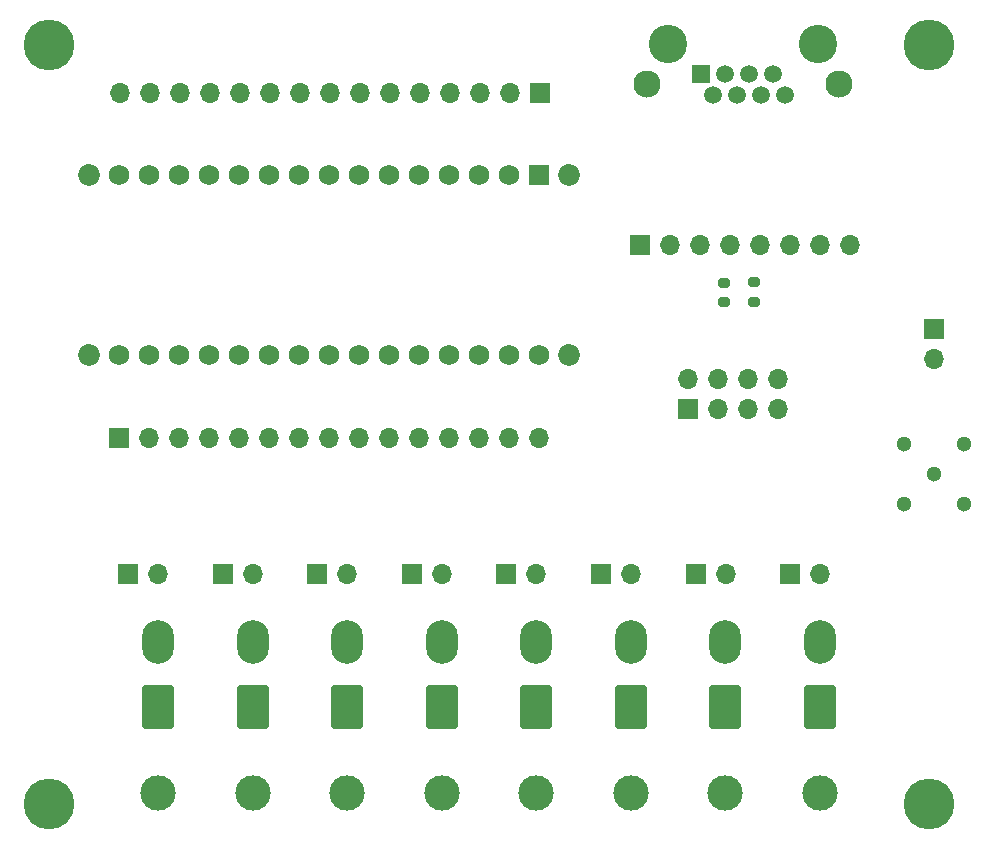
<source format=gbr>
%TF.GenerationSoftware,KiCad,Pcbnew,(6.0.1-0)*%
%TF.CreationDate,2023-04-20T23:15:09+02:00*%
%TF.ProjectId,nano_board,6e616e6f-5f62-46f6-9172-642e6b696361,rev?*%
%TF.SameCoordinates,Original*%
%TF.FileFunction,Soldermask,Bot*%
%TF.FilePolarity,Negative*%
%FSLAX46Y46*%
G04 Gerber Fmt 4.6, Leading zero omitted, Abs format (unit mm)*
G04 Created by KiCad (PCBNEW (6.0.1-0)) date 2023-04-20 23:15:09*
%MOMM*%
%LPD*%
G01*
G04 APERTURE LIST*
G04 Aperture macros list*
%AMRoundRect*
0 Rectangle with rounded corners*
0 $1 Rounding radius*
0 $2 $3 $4 $5 $6 $7 $8 $9 X,Y pos of 4 corners*
0 Add a 4 corners polygon primitive as box body*
4,1,4,$2,$3,$4,$5,$6,$7,$8,$9,$2,$3,0*
0 Add four circle primitives for the rounded corners*
1,1,$1+$1,$2,$3*
1,1,$1+$1,$4,$5*
1,1,$1+$1,$6,$7*
1,1,$1+$1,$8,$9*
0 Add four rect primitives between the rounded corners*
20,1,$1+$1,$2,$3,$4,$5,0*
20,1,$1+$1,$4,$5,$6,$7,0*
20,1,$1+$1,$6,$7,$8,$9,0*
20,1,$1+$1,$8,$9,$2,$3,0*%
G04 Aperture macros list end*
%ADD10C,3.250000*%
%ADD11R,1.500000X1.500000*%
%ADD12C,1.500000*%
%ADD13C,2.300000*%
%ADD14R,1.700000X1.700000*%
%ADD15O,1.700000X1.700000*%
%ADD16C,4.300000*%
%ADD17C,3.000000*%
%ADD18RoundRect,0.250001X1.099999X1.599999X-1.099999X1.599999X-1.099999X-1.599999X1.099999X-1.599999X0*%
%ADD19O,2.700000X3.700000*%
%ADD20C,1.300000*%
%ADD21C,1.850000*%
%ADD22C,1.727200*%
%ADD23R,1.727200X1.727200*%
%ADD24RoundRect,0.200000X0.275000X-0.200000X0.275000X0.200000X-0.275000X0.200000X-0.275000X-0.200000X0*%
G04 APERTURE END LIST*
D10*
%TO.C,J0*%
X147150000Y-45600000D03*
X159850000Y-45600000D03*
D11*
X149940000Y-48140000D03*
D12*
X150956000Y-49920000D03*
X151972000Y-48140000D03*
X152988000Y-49920000D03*
X154004000Y-48140000D03*
X155020000Y-49920000D03*
X156036000Y-48140000D03*
X157052000Y-49920000D03*
D13*
X145370000Y-49030000D03*
X161630000Y-49030000D03*
%TD*%
D14*
%TO.C,J1*%
X144820000Y-62675000D03*
D15*
X147360000Y-62675000D03*
X149900000Y-62675000D03*
X152440000Y-62675000D03*
X154980000Y-62675000D03*
X157520000Y-62675000D03*
X160060000Y-62675000D03*
X162600000Y-62675000D03*
%TD*%
D16*
%TO.C,REF\u002A\u002A*%
X94750000Y-110000000D03*
%TD*%
D14*
%TO.C,NTC6-Pin0*%
X149500000Y-90525000D03*
D15*
X152040000Y-90525000D03*
%TD*%
D14*
%TO.C,Freq_Pins0*%
X169700000Y-69760000D03*
D15*
X169700000Y-72300000D03*
%TD*%
D14*
%TO.C,ArdTopPins0*%
X136283000Y-49750000D03*
D15*
X133743000Y-49750000D03*
X131203000Y-49750000D03*
X128663000Y-49750000D03*
X126123000Y-49750000D03*
X123583000Y-49750000D03*
X121043000Y-49750000D03*
X118503000Y-49750000D03*
X115963000Y-49750000D03*
X113423000Y-49750000D03*
X110883000Y-49750000D03*
X108343000Y-49750000D03*
X105803000Y-49750000D03*
X103263000Y-49750000D03*
X100723000Y-49750000D03*
%TD*%
D17*
%TO.C,NTC5*%
X144000000Y-109025000D03*
D18*
X144000000Y-101725000D03*
D19*
X144000000Y-96225000D03*
%TD*%
D20*
%TO.C,J3*%
X169710000Y-82060000D03*
X172250000Y-79520000D03*
X167170000Y-79520000D03*
X167170000Y-84600000D03*
X172250000Y-84600000D03*
%TD*%
D14*
%TO.C,NTC7-Pin0*%
X157460000Y-90525000D03*
D15*
X160000000Y-90525000D03*
%TD*%
D21*
%TO.C,XA0*%
X98150000Y-56708000D03*
X138790000Y-56708000D03*
X138790000Y-71948000D03*
X98150000Y-71948000D03*
D22*
X103230000Y-71948000D03*
X128630000Y-71948000D03*
X108310000Y-71948000D03*
X110850000Y-71948000D03*
X113390000Y-71948000D03*
X115930000Y-71948000D03*
X118470000Y-71948000D03*
X121010000Y-71948000D03*
X123550000Y-71948000D03*
X126090000Y-71948000D03*
X105770000Y-71948000D03*
X133710000Y-56708000D03*
D23*
X136250000Y-56708000D03*
D22*
X126090000Y-56708000D03*
X123550000Y-56708000D03*
X121010000Y-56708000D03*
X118470000Y-56708000D03*
X115930000Y-56708000D03*
X113390000Y-56708000D03*
X110850000Y-56708000D03*
X108310000Y-56708000D03*
X105770000Y-56708000D03*
X103230000Y-56708000D03*
X100690000Y-56708000D03*
X100690000Y-71948000D03*
X128630000Y-56708000D03*
X133710000Y-71948000D03*
X131170000Y-56708000D03*
X131170000Y-71948000D03*
X136250000Y-71948000D03*
%TD*%
D17*
%TO.C,NTC0*%
X104000000Y-109050000D03*
D18*
X104000000Y-101750000D03*
D19*
X104000000Y-96250000D03*
%TD*%
D16*
%TO.C,REF\u002A\u002A*%
X94750000Y-45750000D03*
%TD*%
D14*
%TO.C,NTC3-Pin0*%
X125460000Y-90525000D03*
D15*
X128000000Y-90525000D03*
%TD*%
D17*
%TO.C,NTC6*%
X152000000Y-109050000D03*
D18*
X152000000Y-101750000D03*
D19*
X152000000Y-96250000D03*
%TD*%
D16*
%TO.C,REF\u002A\u002A*%
X169250000Y-45750000D03*
%TD*%
%TO.C,REF\u002A\u002A*%
X169250000Y-110000000D03*
%TD*%
D17*
%TO.C,NTC4*%
X136000000Y-109025000D03*
D18*
X136000000Y-101725000D03*
D19*
X136000000Y-96225000D03*
%TD*%
D17*
%TO.C,NTC2*%
X120000000Y-109050000D03*
D18*
X120000000Y-101750000D03*
D19*
X120000000Y-96250000D03*
%TD*%
D17*
%TO.C,NTC3*%
X128000000Y-109025000D03*
D18*
X128000000Y-101725000D03*
D19*
X128000000Y-96225000D03*
%TD*%
D17*
%TO.C,NTC7*%
X160000000Y-109025000D03*
D18*
X160000000Y-101725000D03*
D19*
X160000000Y-96225000D03*
%TD*%
D17*
%TO.C,NTC1*%
X112000000Y-109025000D03*
D18*
X112000000Y-101725000D03*
D19*
X112000000Y-96225000D03*
%TD*%
D14*
%TO.C,J2*%
X148830000Y-76500000D03*
D15*
X148830000Y-73960000D03*
X151370000Y-76500000D03*
X151370000Y-73960000D03*
X153910000Y-76500000D03*
X153910000Y-73960000D03*
X156450000Y-76500000D03*
X156450000Y-73960000D03*
%TD*%
D14*
%TO.C,NTC5-Pin0*%
X141500000Y-90525000D03*
D15*
X144040000Y-90525000D03*
%TD*%
D14*
%TO.C,NTC0-Pin0*%
X101460000Y-90525000D03*
D15*
X104000000Y-90525000D03*
%TD*%
D14*
%TO.C,NTC4-Pin0*%
X133460000Y-90525000D03*
D15*
X136000000Y-90525000D03*
%TD*%
D14*
%TO.C,NTC1-Pin0*%
X109460000Y-90525000D03*
D15*
X112000000Y-90525000D03*
%TD*%
D14*
%TO.C,ArdNanoBotPins0*%
X100670000Y-79000000D03*
D15*
X103210000Y-79000000D03*
X105750000Y-79000000D03*
X108290000Y-79000000D03*
X110830000Y-79000000D03*
X113370000Y-79000000D03*
X115910000Y-79000000D03*
X118450000Y-79000000D03*
X120990000Y-79000000D03*
X123530000Y-79000000D03*
X126070000Y-79000000D03*
X128610000Y-79000000D03*
X131150000Y-79000000D03*
X133690000Y-79000000D03*
X136230000Y-79000000D03*
%TD*%
D14*
%TO.C,NTC2-Pin0*%
X117460000Y-90525000D03*
D15*
X120000000Y-90525000D03*
%TD*%
D24*
%TO.C,R_Pullup0*%
X151900000Y-67500000D03*
X151900000Y-65850000D03*
%TD*%
%TO.C,R_Pullup1*%
X154450000Y-67450000D03*
X154450000Y-65800000D03*
%TD*%
M02*

</source>
